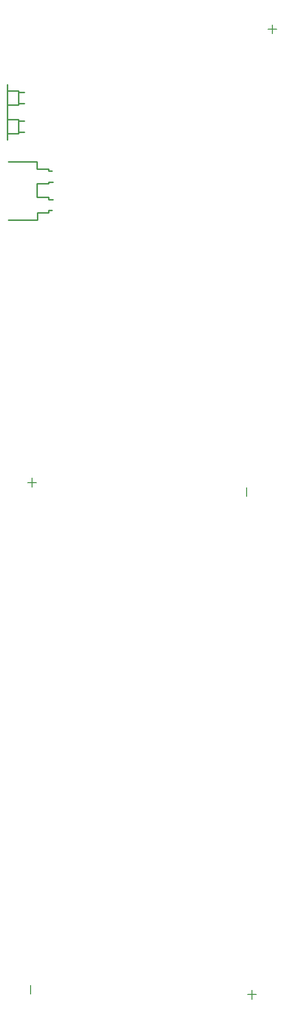
<source format=gbo>
%TF.GenerationSoftware,KiCad,Pcbnew,9.0.6*%
%TF.CreationDate,2025-12-14T22:45:36+01:00*%
%TF.ProjectId,balancingboardbyd,62616c61-6e63-4696-9e67-626f61726462,rev?*%
%TF.SameCoordinates,Original*%
%TF.FileFunction,Legend,Bot*%
%TF.FilePolarity,Positive*%
%FSLAX46Y46*%
G04 Gerber Fmt 4.6, Leading zero omitted, Abs format (unit mm)*
G04 Created by KiCad (PCBNEW 9.0.6) date 2025-12-14 22:45:36*
%MOMM*%
%LPD*%
G01*
G04 APERTURE LIST*
%ADD10C,0.200000*%
%ADD11C,0.250000*%
G04 APERTURE END LIST*
D10*
X169486577Y-61670383D02*
X167939911Y-61670383D01*
X168713244Y-62443716D02*
X168713244Y-60897050D01*
X126575383Y-228364911D02*
X126575383Y-229911578D01*
X126775383Y-139924911D02*
X126775383Y-141471578D01*
X127548716Y-140698244D02*
X126002050Y-140698244D01*
X165175383Y-229234911D02*
X165175383Y-230781578D01*
X165948716Y-230008244D02*
X164402050Y-230008244D01*
X164235383Y-141564911D02*
X164235383Y-143111578D01*
D11*
%TO.C,U3*%
X122520000Y-72370000D02*
X124470000Y-72370000D01*
X122520000Y-74870000D02*
X124470000Y-74870000D01*
X122520000Y-77370000D02*
X124470000Y-77370000D01*
X122520000Y-79870000D02*
X124470000Y-79870000D01*
X122520000Y-80930000D02*
X122520000Y-71300000D01*
X124470000Y-72620000D02*
X125410000Y-72620000D01*
X124470000Y-74620000D02*
X125470000Y-74620000D01*
X124470000Y-74870000D02*
X124470000Y-72370000D01*
X124470000Y-77620000D02*
X125410000Y-77620000D01*
X124470000Y-79620000D02*
X125470000Y-79620000D01*
X124470000Y-79870000D02*
X124470000Y-77370000D01*
%TO.C,CN1*%
X122670000Y-84740000D02*
X126670000Y-84740000D01*
X122670000Y-94900000D02*
X126670000Y-94900000D01*
X127640000Y-84740000D02*
X126670000Y-84740000D01*
X127640000Y-86010000D02*
X127640000Y-84740000D01*
X127640000Y-88550000D02*
X129670000Y-88550000D01*
X127640000Y-90960000D02*
X127640000Y-88550000D01*
X127760000Y-93630000D02*
X127760000Y-94900000D01*
X127760000Y-94900000D02*
X126670000Y-94900000D01*
X129670000Y-86010000D02*
X127640000Y-86010000D01*
X129670000Y-86390000D02*
X129670000Y-86010000D01*
X129670000Y-88300000D02*
X130430000Y-88300000D01*
X129670000Y-88550000D02*
X129670000Y-88300000D01*
X129670000Y-90960000D02*
X127640000Y-90960000D01*
X129670000Y-91340000D02*
X129670000Y-90960000D01*
X129670000Y-93250000D02*
X129670000Y-93630000D01*
X129670000Y-93630000D02*
X127760000Y-93630000D01*
X130300000Y-86390000D02*
X129670000Y-86390000D01*
X130300000Y-93250000D02*
X129670000Y-93250000D01*
X130430000Y-91340000D02*
X129670000Y-91340000D01*
%TD*%
M02*

</source>
